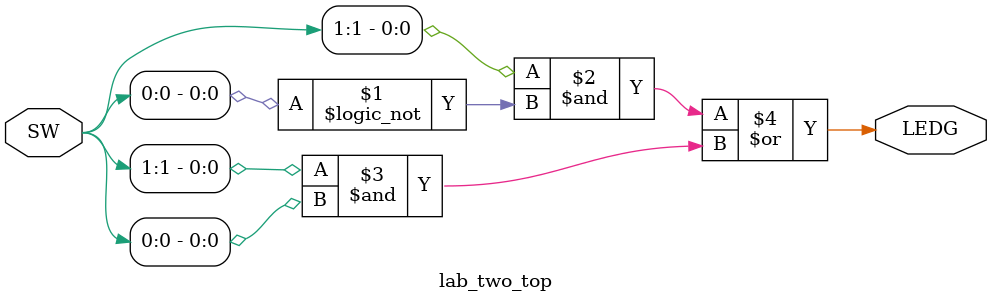
<source format=v>
 module lab_two_top(
	input [2:0] SW,
	output LEDG
);
	assign LEDG = ((SW[1]&(!SW[0]))|SW[1]&SW[0]);
endmodule

</source>
